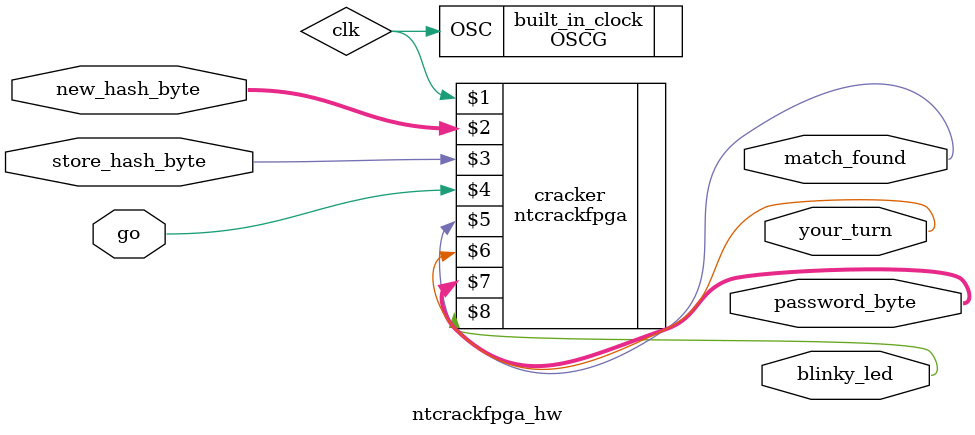
<source format=v>
module ntcrackfpga_hw(
    input [7:0] new_hash_byte,
    input store_hash_byte,
    input go,
    output reg match_found,
    output reg your_turn,
    output reg [7:0] password_byte,
    output reg blinky_led);

wire clk;

// nextpnr estimates our max clock at 70 MHz
// base clock is ~310 MHz
// => use a divisor of 5 (~62MHz)
OSCG #(.DIV(5)) built_in_clock(.OSC(clk));

ntcrackfpga cracker(
    clk,
    new_hash_byte,
    store_hash_byte,
    go,
    match_found,
    your_turn,
    password_byte,
    blinky_led);

endmodule

</source>
